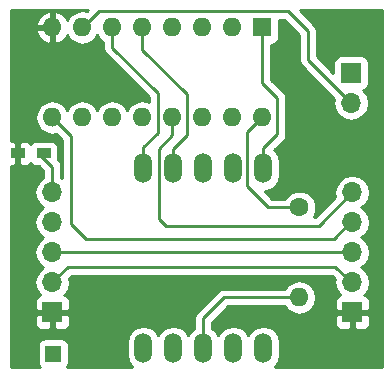
<source format=gbr>
G04 #@! TF.FileFunction,Copper,L2,Bot,Signal*
%FSLAX46Y46*%
G04 Gerber Fmt 4.6, Leading zero omitted, Abs format (unit mm)*
G04 Created by KiCad (PCBNEW 4.0.7) date 12/07/18 00:23:05*
%MOMM*%
%LPD*%
G01*
G04 APERTURE LIST*
%ADD10C,0.100000*%
%ADD11R,1.700000X1.700000*%
%ADD12O,1.700000X1.700000*%
%ADD13R,1.600000X1.600000*%
%ADD14O,1.600000X1.600000*%
%ADD15O,1.524000X2.524000*%
%ADD16R,1.200000X0.900000*%
%ADD17C,1.600000*%
%ADD18R,1.350000X1.350000*%
%ADD19C,0.250000*%
%ADD20C,0.254000*%
G04 APERTURE END LIST*
D10*
D11*
X181406800Y-81483200D03*
D12*
X181406800Y-84023200D03*
D11*
X181508400Y-101752400D03*
D12*
X181508400Y-99212400D03*
X181508400Y-96672400D03*
X181508400Y-94132400D03*
X181508400Y-91592400D03*
D13*
X173888400Y-77622400D03*
D14*
X156108400Y-85242400D03*
X171348400Y-77622400D03*
X158648400Y-85242400D03*
X168808400Y-77622400D03*
X161188400Y-85242400D03*
X166268400Y-77622400D03*
X163728400Y-85242400D03*
X163728400Y-77622400D03*
X166268400Y-85242400D03*
X161188400Y-77622400D03*
X168808400Y-85242400D03*
X158648400Y-77622400D03*
X171348400Y-85242400D03*
X156108400Y-77622400D03*
X173888400Y-85242400D03*
D15*
X163830000Y-104800400D03*
X166370000Y-104800400D03*
X168910000Y-104800400D03*
X171450000Y-104800400D03*
X173990000Y-104800400D03*
X173990000Y-89560400D03*
X171450000Y-89560400D03*
X168910000Y-89560400D03*
X166370000Y-89560400D03*
X163830000Y-89560400D03*
D11*
X156108400Y-101752400D03*
D12*
X156108400Y-99212400D03*
X156108400Y-96672400D03*
X156108400Y-94132400D03*
X156108400Y-91592400D03*
D16*
X153179600Y-88290400D03*
X155379600Y-88290400D03*
D17*
X177038000Y-92862400D03*
D14*
X177038000Y-100482400D03*
D18*
X156210000Y-105257600D03*
D19*
X181508400Y-96672400D02*
X156108400Y-96672400D01*
X181508400Y-99212400D02*
X181406800Y-99212400D01*
X181406800Y-99212400D02*
X180086000Y-97891600D01*
X180086000Y-97891600D02*
X157429200Y-97891600D01*
X157429200Y-97891600D02*
X156108400Y-99212400D01*
X177038000Y-92862400D02*
X174396400Y-92862400D01*
X172618400Y-86512400D02*
X173888400Y-85242400D01*
X172618400Y-91084400D02*
X172618400Y-86512400D01*
X174396400Y-92862400D02*
X172618400Y-91084400D01*
X158648400Y-77622400D02*
X158699200Y-77622400D01*
X158699200Y-77622400D02*
X160070800Y-76250800D01*
X160070800Y-76250800D02*
X176072800Y-76250800D01*
X176072800Y-76250800D02*
X177749200Y-77927200D01*
X177749200Y-77927200D02*
X177749200Y-80365600D01*
X177749200Y-80365600D02*
X181406800Y-84023200D01*
X181508400Y-94132400D02*
X181356000Y-94132400D01*
X181356000Y-94132400D02*
X179984400Y-95504000D01*
X179984400Y-95504000D02*
X158953200Y-95504000D01*
X158953200Y-95504000D02*
X157683200Y-94234000D01*
X157683200Y-94234000D02*
X157683200Y-86817200D01*
X157683200Y-86817200D02*
X156108400Y-85242400D01*
X156108400Y-85242400D02*
X156108400Y-85902800D01*
X173990000Y-89560400D02*
X173990000Y-87833200D01*
X173888400Y-82346800D02*
X173888400Y-77622400D01*
X175158400Y-83616800D02*
X173888400Y-82346800D01*
X175158400Y-86664800D02*
X175158400Y-83616800D01*
X173990000Y-87833200D02*
X175158400Y-86664800D01*
X166370000Y-89560400D02*
X166370000Y-87884000D01*
X163728400Y-79502000D02*
X163728400Y-77622400D01*
X167487600Y-83261200D02*
X163728400Y-79502000D01*
X167487600Y-86766400D02*
X167487600Y-83261200D01*
X166370000Y-87884000D02*
X167487600Y-86766400D01*
X163830000Y-89560400D02*
X163830000Y-87782400D01*
X161188400Y-79349600D02*
X161188400Y-77622400D01*
X165049200Y-83210400D02*
X161188400Y-79349600D01*
X165049200Y-86563200D02*
X165049200Y-83210400D01*
X163830000Y-87782400D02*
X165049200Y-86563200D01*
X181508400Y-91592400D02*
X178663600Y-94437200D01*
X166268400Y-86766400D02*
X166268400Y-85242400D01*
X165150800Y-87884000D02*
X166268400Y-86766400D01*
X165150800Y-93827600D02*
X165150800Y-87884000D01*
X165760400Y-94437200D02*
X165150800Y-93827600D01*
X178663600Y-94437200D02*
X165760400Y-94437200D01*
X156108400Y-91592400D02*
X156108400Y-89420000D01*
X156108400Y-89420000D02*
X155080400Y-88392000D01*
X177038000Y-100482400D02*
X170688000Y-100482400D01*
X168910000Y-102260400D02*
X168910000Y-104800400D01*
X170688000Y-100482400D02*
X168910000Y-102260400D01*
X168910000Y-89560400D02*
X168910000Y-89001600D01*
D20*
G36*
X159014658Y-76232140D02*
X158648400Y-76159287D01*
X158099249Y-76268520D01*
X157633702Y-76579589D01*
X157363414Y-76984103D01*
X157260789Y-76767266D01*
X156845823Y-76391359D01*
X156457439Y-76230496D01*
X156235400Y-76352485D01*
X156235400Y-77495400D01*
X156255400Y-77495400D01*
X156255400Y-77749400D01*
X156235400Y-77749400D01*
X156235400Y-78892315D01*
X156457439Y-79014304D01*
X156845823Y-78853441D01*
X157260789Y-78477534D01*
X157363414Y-78260697D01*
X157633702Y-78665211D01*
X158099249Y-78976280D01*
X158648400Y-79085513D01*
X159197551Y-78976280D01*
X159663098Y-78665211D01*
X159918400Y-78283125D01*
X160173702Y-78665211D01*
X160428400Y-78835395D01*
X160428400Y-79349600D01*
X160486252Y-79640439D01*
X160650999Y-79887001D01*
X164289200Y-83525202D01*
X164289200Y-83896304D01*
X164277551Y-83888520D01*
X163728400Y-83779287D01*
X163179249Y-83888520D01*
X162713702Y-84199589D01*
X162458400Y-84581675D01*
X162203098Y-84199589D01*
X161737551Y-83888520D01*
X161188400Y-83779287D01*
X160639249Y-83888520D01*
X160173702Y-84199589D01*
X159918400Y-84581675D01*
X159663098Y-84199589D01*
X159197551Y-83888520D01*
X158648400Y-83779287D01*
X158099249Y-83888520D01*
X157633702Y-84199589D01*
X157378400Y-84581675D01*
X157123098Y-84199589D01*
X156657551Y-83888520D01*
X156108400Y-83779287D01*
X155559249Y-83888520D01*
X155093702Y-84199589D01*
X154782633Y-84665136D01*
X154673400Y-85214287D01*
X154673400Y-85270513D01*
X154782633Y-85819664D01*
X155093702Y-86285211D01*
X155559249Y-86596280D01*
X156108400Y-86705513D01*
X156432286Y-86641088D01*
X156923200Y-87132002D01*
X156923200Y-90365715D01*
X156868400Y-90329099D01*
X156868400Y-89420000D01*
X156810548Y-89129161D01*
X156645801Y-88882599D01*
X156606253Y-88843051D01*
X156627040Y-88740400D01*
X156627040Y-87840400D01*
X156582762Y-87605083D01*
X156443690Y-87388959D01*
X156231490Y-87243969D01*
X155979600Y-87192960D01*
X154779600Y-87192960D01*
X154544283Y-87237238D01*
X154328159Y-87376310D01*
X154281631Y-87444406D01*
X154139298Y-87302073D01*
X153905909Y-87205400D01*
X153465350Y-87205400D01*
X153306600Y-87364150D01*
X153306600Y-88163400D01*
X153326600Y-88163400D01*
X153326600Y-88417400D01*
X153306600Y-88417400D01*
X153306600Y-89216650D01*
X153465350Y-89375400D01*
X153905909Y-89375400D01*
X154139298Y-89278727D01*
X154280536Y-89137490D01*
X154315510Y-89191841D01*
X154527710Y-89336831D01*
X154779600Y-89387840D01*
X155001438Y-89387840D01*
X155348400Y-89734802D01*
X155348400Y-90329099D01*
X155029253Y-90542346D01*
X154707346Y-91024115D01*
X154594307Y-91592400D01*
X154707346Y-92160685D01*
X155029253Y-92642454D01*
X155358426Y-92862400D01*
X155029253Y-93082346D01*
X154707346Y-93564115D01*
X154594307Y-94132400D01*
X154707346Y-94700685D01*
X155029253Y-95182454D01*
X155358426Y-95402400D01*
X155029253Y-95622346D01*
X154707346Y-96104115D01*
X154594307Y-96672400D01*
X154707346Y-97240685D01*
X155029253Y-97722454D01*
X155358426Y-97942400D01*
X155029253Y-98162346D01*
X154707346Y-98644115D01*
X154594307Y-99212400D01*
X154707346Y-99780685D01*
X155029253Y-100262454D01*
X155073177Y-100291803D01*
X154898702Y-100364073D01*
X154720073Y-100542701D01*
X154623400Y-100776090D01*
X154623400Y-101466650D01*
X154782150Y-101625400D01*
X155981400Y-101625400D01*
X155981400Y-101605400D01*
X156235400Y-101605400D01*
X156235400Y-101625400D01*
X157434650Y-101625400D01*
X157593400Y-101466650D01*
X157593400Y-100776090D01*
X157496727Y-100542701D01*
X157318098Y-100364073D01*
X157143623Y-100291803D01*
X157187547Y-100262454D01*
X157509454Y-99780685D01*
X157622493Y-99212400D01*
X157549610Y-98845992D01*
X157744002Y-98651600D01*
X179771198Y-98651600D01*
X180050334Y-98930736D01*
X179994307Y-99212400D01*
X180107346Y-99780685D01*
X180429253Y-100262454D01*
X180473177Y-100291803D01*
X180298702Y-100364073D01*
X180120073Y-100542701D01*
X180023400Y-100776090D01*
X180023400Y-101466650D01*
X180182150Y-101625400D01*
X181381400Y-101625400D01*
X181381400Y-101605400D01*
X181635400Y-101605400D01*
X181635400Y-101625400D01*
X182834650Y-101625400D01*
X182993400Y-101466650D01*
X182993400Y-100776090D01*
X182896727Y-100542701D01*
X182718098Y-100364073D01*
X182543623Y-100291803D01*
X182587547Y-100262454D01*
X182909454Y-99780685D01*
X183022493Y-99212400D01*
X182909454Y-98644115D01*
X182587547Y-98162346D01*
X182258374Y-97942400D01*
X182587547Y-97722454D01*
X182909454Y-97240685D01*
X183022493Y-96672400D01*
X182909454Y-96104115D01*
X182587547Y-95622346D01*
X182258374Y-95402400D01*
X182587547Y-95182454D01*
X182909454Y-94700685D01*
X183022493Y-94132400D01*
X182909454Y-93564115D01*
X182587547Y-93082346D01*
X182258374Y-92862400D01*
X182587547Y-92642454D01*
X182909454Y-92160685D01*
X183022493Y-91592400D01*
X182909454Y-91024115D01*
X182587547Y-90542346D01*
X182105778Y-90220439D01*
X181537493Y-90107400D01*
X181479307Y-90107400D01*
X180911022Y-90220439D01*
X180429253Y-90542346D01*
X180107346Y-91024115D01*
X179994307Y-91592400D01*
X180067190Y-91958808D01*
X178348798Y-93677200D01*
X178252945Y-93677200D01*
X178253824Y-93676323D01*
X178472750Y-93149091D01*
X178473248Y-92578213D01*
X178255243Y-92050600D01*
X177851923Y-91646576D01*
X177324691Y-91427650D01*
X176753813Y-91427152D01*
X176226200Y-91645157D01*
X175822176Y-92048477D01*
X175799785Y-92102400D01*
X174711202Y-92102400D01*
X174084557Y-91475755D01*
X174524609Y-91388224D01*
X174977828Y-91085392D01*
X175280660Y-90632173D01*
X175387000Y-90097564D01*
X175387000Y-89023236D01*
X175280660Y-88488627D01*
X174977828Y-88035408D01*
X174908750Y-87989252D01*
X175695801Y-87202201D01*
X175860548Y-86955639D01*
X175918400Y-86664800D01*
X175918400Y-83616800D01*
X175905518Y-83552040D01*
X175860548Y-83325960D01*
X175695801Y-83079399D01*
X174648400Y-82031998D01*
X174648400Y-79069840D01*
X174688400Y-79069840D01*
X174923717Y-79025562D01*
X175139841Y-78886490D01*
X175284831Y-78674290D01*
X175335840Y-78422400D01*
X175335840Y-77010800D01*
X175757998Y-77010800D01*
X176989200Y-78242002D01*
X176989200Y-80365600D01*
X177047052Y-80656439D01*
X177211799Y-80903001D01*
X179965590Y-83656792D01*
X179892707Y-84023200D01*
X180005746Y-84591485D01*
X180327653Y-85073254D01*
X180809422Y-85395161D01*
X181377707Y-85508200D01*
X181435893Y-85508200D01*
X182004178Y-85395161D01*
X182485947Y-85073254D01*
X182807854Y-84591485D01*
X182920893Y-84023200D01*
X182807854Y-83454915D01*
X182485947Y-82973146D01*
X182444348Y-82945350D01*
X182492117Y-82936362D01*
X182708241Y-82797290D01*
X182853231Y-82585090D01*
X182904240Y-82333200D01*
X182904240Y-80633200D01*
X182859962Y-80397883D01*
X182720890Y-80181759D01*
X182508690Y-80036769D01*
X182256800Y-79985760D01*
X180556800Y-79985760D01*
X180321483Y-80030038D01*
X180105359Y-80169110D01*
X179960369Y-80381310D01*
X179909360Y-80633200D01*
X179909360Y-81450958D01*
X178509200Y-80050798D01*
X178509200Y-77927200D01*
X178451348Y-77636361D01*
X178286601Y-77389799D01*
X177044802Y-76148000D01*
X183998800Y-76148000D01*
X183998800Y-106325600D01*
X174977517Y-106325600D01*
X174977828Y-106325392D01*
X175280660Y-105872173D01*
X175387000Y-105337564D01*
X175387000Y-104263236D01*
X175280660Y-103728627D01*
X174977828Y-103275408D01*
X174524609Y-102972576D01*
X173990000Y-102866236D01*
X173455391Y-102972576D01*
X173002172Y-103275408D01*
X172720000Y-103697707D01*
X172437828Y-103275408D01*
X171984609Y-102972576D01*
X171450000Y-102866236D01*
X170915391Y-102972576D01*
X170462172Y-103275408D01*
X170180000Y-103697707D01*
X169897828Y-103275408D01*
X169670000Y-103123178D01*
X169670000Y-102575202D01*
X170207052Y-102038150D01*
X180023400Y-102038150D01*
X180023400Y-102728710D01*
X180120073Y-102962099D01*
X180298702Y-103140727D01*
X180532091Y-103237400D01*
X181222650Y-103237400D01*
X181381400Y-103078650D01*
X181381400Y-101879400D01*
X181635400Y-101879400D01*
X181635400Y-103078650D01*
X181794150Y-103237400D01*
X182484709Y-103237400D01*
X182718098Y-103140727D01*
X182896727Y-102962099D01*
X182993400Y-102728710D01*
X182993400Y-102038150D01*
X182834650Y-101879400D01*
X181635400Y-101879400D01*
X181381400Y-101879400D01*
X180182150Y-101879400D01*
X180023400Y-102038150D01*
X170207052Y-102038150D01*
X171002802Y-101242400D01*
X175834333Y-101242400D01*
X176023302Y-101525211D01*
X176488849Y-101836280D01*
X177038000Y-101945513D01*
X177587151Y-101836280D01*
X178052698Y-101525211D01*
X178363767Y-101059664D01*
X178473000Y-100510513D01*
X178473000Y-100454287D01*
X178363767Y-99905136D01*
X178052698Y-99439589D01*
X177587151Y-99128520D01*
X177038000Y-99019287D01*
X176488849Y-99128520D01*
X176023302Y-99439589D01*
X175834333Y-99722400D01*
X170688000Y-99722400D01*
X170397161Y-99780252D01*
X170150599Y-99944999D01*
X168372599Y-101722999D01*
X168207852Y-101969561D01*
X168150000Y-102260400D01*
X168150000Y-103123178D01*
X167922172Y-103275408D01*
X167640000Y-103697707D01*
X167357828Y-103275408D01*
X166904609Y-102972576D01*
X166370000Y-102866236D01*
X165835391Y-102972576D01*
X165382172Y-103275408D01*
X165100000Y-103697707D01*
X164817828Y-103275408D01*
X164364609Y-102972576D01*
X163830000Y-102866236D01*
X163295391Y-102972576D01*
X162842172Y-103275408D01*
X162539340Y-103728627D01*
X162433000Y-104263236D01*
X162433000Y-105337564D01*
X162539340Y-105872173D01*
X162842172Y-106325392D01*
X162842483Y-106325600D01*
X157385015Y-106325600D01*
X157481431Y-106184490D01*
X157532440Y-105932600D01*
X157532440Y-104582600D01*
X157488162Y-104347283D01*
X157349090Y-104131159D01*
X157136890Y-103986169D01*
X156885000Y-103935160D01*
X155535000Y-103935160D01*
X155299683Y-103979438D01*
X155083559Y-104118510D01*
X154938569Y-104330710D01*
X154887560Y-104582600D01*
X154887560Y-105932600D01*
X154931838Y-106167917D01*
X155033304Y-106325600D01*
X152602000Y-106325600D01*
X152602000Y-102038150D01*
X154623400Y-102038150D01*
X154623400Y-102728710D01*
X154720073Y-102962099D01*
X154898702Y-103140727D01*
X155132091Y-103237400D01*
X155822650Y-103237400D01*
X155981400Y-103078650D01*
X155981400Y-101879400D01*
X156235400Y-101879400D01*
X156235400Y-103078650D01*
X156394150Y-103237400D01*
X157084709Y-103237400D01*
X157318098Y-103140727D01*
X157496727Y-102962099D01*
X157593400Y-102728710D01*
X157593400Y-102038150D01*
X157434650Y-101879400D01*
X156235400Y-101879400D01*
X155981400Y-101879400D01*
X154782150Y-101879400D01*
X154623400Y-102038150D01*
X152602000Y-102038150D01*
X152602000Y-89375400D01*
X152893850Y-89375400D01*
X153052600Y-89216650D01*
X153052600Y-88417400D01*
X153032600Y-88417400D01*
X153032600Y-88163400D01*
X153052600Y-88163400D01*
X153052600Y-87364150D01*
X152893850Y-87205400D01*
X152602000Y-87205400D01*
X152602000Y-77971441D01*
X154716486Y-77971441D01*
X154956011Y-78477534D01*
X155370977Y-78853441D01*
X155759361Y-79014304D01*
X155981400Y-78892315D01*
X155981400Y-77749400D01*
X154837771Y-77749400D01*
X154716486Y-77971441D01*
X152602000Y-77971441D01*
X152602000Y-77273359D01*
X154716486Y-77273359D01*
X154837771Y-77495400D01*
X155981400Y-77495400D01*
X155981400Y-76352485D01*
X155759361Y-76230496D01*
X155370977Y-76391359D01*
X154956011Y-76767266D01*
X154716486Y-77273359D01*
X152602000Y-77273359D01*
X152602000Y-76148000D01*
X159098798Y-76148000D01*
X159014658Y-76232140D01*
X159014658Y-76232140D01*
G37*
X159014658Y-76232140D02*
X158648400Y-76159287D01*
X158099249Y-76268520D01*
X157633702Y-76579589D01*
X157363414Y-76984103D01*
X157260789Y-76767266D01*
X156845823Y-76391359D01*
X156457439Y-76230496D01*
X156235400Y-76352485D01*
X156235400Y-77495400D01*
X156255400Y-77495400D01*
X156255400Y-77749400D01*
X156235400Y-77749400D01*
X156235400Y-78892315D01*
X156457439Y-79014304D01*
X156845823Y-78853441D01*
X157260789Y-78477534D01*
X157363414Y-78260697D01*
X157633702Y-78665211D01*
X158099249Y-78976280D01*
X158648400Y-79085513D01*
X159197551Y-78976280D01*
X159663098Y-78665211D01*
X159918400Y-78283125D01*
X160173702Y-78665211D01*
X160428400Y-78835395D01*
X160428400Y-79349600D01*
X160486252Y-79640439D01*
X160650999Y-79887001D01*
X164289200Y-83525202D01*
X164289200Y-83896304D01*
X164277551Y-83888520D01*
X163728400Y-83779287D01*
X163179249Y-83888520D01*
X162713702Y-84199589D01*
X162458400Y-84581675D01*
X162203098Y-84199589D01*
X161737551Y-83888520D01*
X161188400Y-83779287D01*
X160639249Y-83888520D01*
X160173702Y-84199589D01*
X159918400Y-84581675D01*
X159663098Y-84199589D01*
X159197551Y-83888520D01*
X158648400Y-83779287D01*
X158099249Y-83888520D01*
X157633702Y-84199589D01*
X157378400Y-84581675D01*
X157123098Y-84199589D01*
X156657551Y-83888520D01*
X156108400Y-83779287D01*
X155559249Y-83888520D01*
X155093702Y-84199589D01*
X154782633Y-84665136D01*
X154673400Y-85214287D01*
X154673400Y-85270513D01*
X154782633Y-85819664D01*
X155093702Y-86285211D01*
X155559249Y-86596280D01*
X156108400Y-86705513D01*
X156432286Y-86641088D01*
X156923200Y-87132002D01*
X156923200Y-90365715D01*
X156868400Y-90329099D01*
X156868400Y-89420000D01*
X156810548Y-89129161D01*
X156645801Y-88882599D01*
X156606253Y-88843051D01*
X156627040Y-88740400D01*
X156627040Y-87840400D01*
X156582762Y-87605083D01*
X156443690Y-87388959D01*
X156231490Y-87243969D01*
X155979600Y-87192960D01*
X154779600Y-87192960D01*
X154544283Y-87237238D01*
X154328159Y-87376310D01*
X154281631Y-87444406D01*
X154139298Y-87302073D01*
X153905909Y-87205400D01*
X153465350Y-87205400D01*
X153306600Y-87364150D01*
X153306600Y-88163400D01*
X153326600Y-88163400D01*
X153326600Y-88417400D01*
X153306600Y-88417400D01*
X153306600Y-89216650D01*
X153465350Y-89375400D01*
X153905909Y-89375400D01*
X154139298Y-89278727D01*
X154280536Y-89137490D01*
X154315510Y-89191841D01*
X154527710Y-89336831D01*
X154779600Y-89387840D01*
X155001438Y-89387840D01*
X155348400Y-89734802D01*
X155348400Y-90329099D01*
X155029253Y-90542346D01*
X154707346Y-91024115D01*
X154594307Y-91592400D01*
X154707346Y-92160685D01*
X155029253Y-92642454D01*
X155358426Y-92862400D01*
X155029253Y-93082346D01*
X154707346Y-93564115D01*
X154594307Y-94132400D01*
X154707346Y-94700685D01*
X155029253Y-95182454D01*
X155358426Y-95402400D01*
X155029253Y-95622346D01*
X154707346Y-96104115D01*
X154594307Y-96672400D01*
X154707346Y-97240685D01*
X155029253Y-97722454D01*
X155358426Y-97942400D01*
X155029253Y-98162346D01*
X154707346Y-98644115D01*
X154594307Y-99212400D01*
X154707346Y-99780685D01*
X155029253Y-100262454D01*
X155073177Y-100291803D01*
X154898702Y-100364073D01*
X154720073Y-100542701D01*
X154623400Y-100776090D01*
X154623400Y-101466650D01*
X154782150Y-101625400D01*
X155981400Y-101625400D01*
X155981400Y-101605400D01*
X156235400Y-101605400D01*
X156235400Y-101625400D01*
X157434650Y-101625400D01*
X157593400Y-101466650D01*
X157593400Y-100776090D01*
X157496727Y-100542701D01*
X157318098Y-100364073D01*
X157143623Y-100291803D01*
X157187547Y-100262454D01*
X157509454Y-99780685D01*
X157622493Y-99212400D01*
X157549610Y-98845992D01*
X157744002Y-98651600D01*
X179771198Y-98651600D01*
X180050334Y-98930736D01*
X179994307Y-99212400D01*
X180107346Y-99780685D01*
X180429253Y-100262454D01*
X180473177Y-100291803D01*
X180298702Y-100364073D01*
X180120073Y-100542701D01*
X180023400Y-100776090D01*
X180023400Y-101466650D01*
X180182150Y-101625400D01*
X181381400Y-101625400D01*
X181381400Y-101605400D01*
X181635400Y-101605400D01*
X181635400Y-101625400D01*
X182834650Y-101625400D01*
X182993400Y-101466650D01*
X182993400Y-100776090D01*
X182896727Y-100542701D01*
X182718098Y-100364073D01*
X182543623Y-100291803D01*
X182587547Y-100262454D01*
X182909454Y-99780685D01*
X183022493Y-99212400D01*
X182909454Y-98644115D01*
X182587547Y-98162346D01*
X182258374Y-97942400D01*
X182587547Y-97722454D01*
X182909454Y-97240685D01*
X183022493Y-96672400D01*
X182909454Y-96104115D01*
X182587547Y-95622346D01*
X182258374Y-95402400D01*
X182587547Y-95182454D01*
X182909454Y-94700685D01*
X183022493Y-94132400D01*
X182909454Y-93564115D01*
X182587547Y-93082346D01*
X182258374Y-92862400D01*
X182587547Y-92642454D01*
X182909454Y-92160685D01*
X183022493Y-91592400D01*
X182909454Y-91024115D01*
X182587547Y-90542346D01*
X182105778Y-90220439D01*
X181537493Y-90107400D01*
X181479307Y-90107400D01*
X180911022Y-90220439D01*
X180429253Y-90542346D01*
X180107346Y-91024115D01*
X179994307Y-91592400D01*
X180067190Y-91958808D01*
X178348798Y-93677200D01*
X178252945Y-93677200D01*
X178253824Y-93676323D01*
X178472750Y-93149091D01*
X178473248Y-92578213D01*
X178255243Y-92050600D01*
X177851923Y-91646576D01*
X177324691Y-91427650D01*
X176753813Y-91427152D01*
X176226200Y-91645157D01*
X175822176Y-92048477D01*
X175799785Y-92102400D01*
X174711202Y-92102400D01*
X174084557Y-91475755D01*
X174524609Y-91388224D01*
X174977828Y-91085392D01*
X175280660Y-90632173D01*
X175387000Y-90097564D01*
X175387000Y-89023236D01*
X175280660Y-88488627D01*
X174977828Y-88035408D01*
X174908750Y-87989252D01*
X175695801Y-87202201D01*
X175860548Y-86955639D01*
X175918400Y-86664800D01*
X175918400Y-83616800D01*
X175905518Y-83552040D01*
X175860548Y-83325960D01*
X175695801Y-83079399D01*
X174648400Y-82031998D01*
X174648400Y-79069840D01*
X174688400Y-79069840D01*
X174923717Y-79025562D01*
X175139841Y-78886490D01*
X175284831Y-78674290D01*
X175335840Y-78422400D01*
X175335840Y-77010800D01*
X175757998Y-77010800D01*
X176989200Y-78242002D01*
X176989200Y-80365600D01*
X177047052Y-80656439D01*
X177211799Y-80903001D01*
X179965590Y-83656792D01*
X179892707Y-84023200D01*
X180005746Y-84591485D01*
X180327653Y-85073254D01*
X180809422Y-85395161D01*
X181377707Y-85508200D01*
X181435893Y-85508200D01*
X182004178Y-85395161D01*
X182485947Y-85073254D01*
X182807854Y-84591485D01*
X182920893Y-84023200D01*
X182807854Y-83454915D01*
X182485947Y-82973146D01*
X182444348Y-82945350D01*
X182492117Y-82936362D01*
X182708241Y-82797290D01*
X182853231Y-82585090D01*
X182904240Y-82333200D01*
X182904240Y-80633200D01*
X182859962Y-80397883D01*
X182720890Y-80181759D01*
X182508690Y-80036769D01*
X182256800Y-79985760D01*
X180556800Y-79985760D01*
X180321483Y-80030038D01*
X180105359Y-80169110D01*
X179960369Y-80381310D01*
X179909360Y-80633200D01*
X179909360Y-81450958D01*
X178509200Y-80050798D01*
X178509200Y-77927200D01*
X178451348Y-77636361D01*
X178286601Y-77389799D01*
X177044802Y-76148000D01*
X183998800Y-76148000D01*
X183998800Y-106325600D01*
X174977517Y-106325600D01*
X174977828Y-106325392D01*
X175280660Y-105872173D01*
X175387000Y-105337564D01*
X175387000Y-104263236D01*
X175280660Y-103728627D01*
X174977828Y-103275408D01*
X174524609Y-102972576D01*
X173990000Y-102866236D01*
X173455391Y-102972576D01*
X173002172Y-103275408D01*
X172720000Y-103697707D01*
X172437828Y-103275408D01*
X171984609Y-102972576D01*
X171450000Y-102866236D01*
X170915391Y-102972576D01*
X170462172Y-103275408D01*
X170180000Y-103697707D01*
X169897828Y-103275408D01*
X169670000Y-103123178D01*
X169670000Y-102575202D01*
X170207052Y-102038150D01*
X180023400Y-102038150D01*
X180023400Y-102728710D01*
X180120073Y-102962099D01*
X180298702Y-103140727D01*
X180532091Y-103237400D01*
X181222650Y-103237400D01*
X181381400Y-103078650D01*
X181381400Y-101879400D01*
X181635400Y-101879400D01*
X181635400Y-103078650D01*
X181794150Y-103237400D01*
X182484709Y-103237400D01*
X182718098Y-103140727D01*
X182896727Y-102962099D01*
X182993400Y-102728710D01*
X182993400Y-102038150D01*
X182834650Y-101879400D01*
X181635400Y-101879400D01*
X181381400Y-101879400D01*
X180182150Y-101879400D01*
X180023400Y-102038150D01*
X170207052Y-102038150D01*
X171002802Y-101242400D01*
X175834333Y-101242400D01*
X176023302Y-101525211D01*
X176488849Y-101836280D01*
X177038000Y-101945513D01*
X177587151Y-101836280D01*
X178052698Y-101525211D01*
X178363767Y-101059664D01*
X178473000Y-100510513D01*
X178473000Y-100454287D01*
X178363767Y-99905136D01*
X178052698Y-99439589D01*
X177587151Y-99128520D01*
X177038000Y-99019287D01*
X176488849Y-99128520D01*
X176023302Y-99439589D01*
X175834333Y-99722400D01*
X170688000Y-99722400D01*
X170397161Y-99780252D01*
X170150599Y-99944999D01*
X168372599Y-101722999D01*
X168207852Y-101969561D01*
X168150000Y-102260400D01*
X168150000Y-103123178D01*
X167922172Y-103275408D01*
X167640000Y-103697707D01*
X167357828Y-103275408D01*
X166904609Y-102972576D01*
X166370000Y-102866236D01*
X165835391Y-102972576D01*
X165382172Y-103275408D01*
X165100000Y-103697707D01*
X164817828Y-103275408D01*
X164364609Y-102972576D01*
X163830000Y-102866236D01*
X163295391Y-102972576D01*
X162842172Y-103275408D01*
X162539340Y-103728627D01*
X162433000Y-104263236D01*
X162433000Y-105337564D01*
X162539340Y-105872173D01*
X162842172Y-106325392D01*
X162842483Y-106325600D01*
X157385015Y-106325600D01*
X157481431Y-106184490D01*
X157532440Y-105932600D01*
X157532440Y-104582600D01*
X157488162Y-104347283D01*
X157349090Y-104131159D01*
X157136890Y-103986169D01*
X156885000Y-103935160D01*
X155535000Y-103935160D01*
X155299683Y-103979438D01*
X155083559Y-104118510D01*
X154938569Y-104330710D01*
X154887560Y-104582600D01*
X154887560Y-105932600D01*
X154931838Y-106167917D01*
X155033304Y-106325600D01*
X152602000Y-106325600D01*
X152602000Y-102038150D01*
X154623400Y-102038150D01*
X154623400Y-102728710D01*
X154720073Y-102962099D01*
X154898702Y-103140727D01*
X155132091Y-103237400D01*
X155822650Y-103237400D01*
X155981400Y-103078650D01*
X155981400Y-101879400D01*
X156235400Y-101879400D01*
X156235400Y-103078650D01*
X156394150Y-103237400D01*
X157084709Y-103237400D01*
X157318098Y-103140727D01*
X157496727Y-102962099D01*
X157593400Y-102728710D01*
X157593400Y-102038150D01*
X157434650Y-101879400D01*
X156235400Y-101879400D01*
X155981400Y-101879400D01*
X154782150Y-101879400D01*
X154623400Y-102038150D01*
X152602000Y-102038150D01*
X152602000Y-89375400D01*
X152893850Y-89375400D01*
X153052600Y-89216650D01*
X153052600Y-88417400D01*
X153032600Y-88417400D01*
X153032600Y-88163400D01*
X153052600Y-88163400D01*
X153052600Y-87364150D01*
X152893850Y-87205400D01*
X152602000Y-87205400D01*
X152602000Y-77971441D01*
X154716486Y-77971441D01*
X154956011Y-78477534D01*
X155370977Y-78853441D01*
X155759361Y-79014304D01*
X155981400Y-78892315D01*
X155981400Y-77749400D01*
X154837771Y-77749400D01*
X154716486Y-77971441D01*
X152602000Y-77971441D01*
X152602000Y-77273359D01*
X154716486Y-77273359D01*
X154837771Y-77495400D01*
X155981400Y-77495400D01*
X155981400Y-76352485D01*
X155759361Y-76230496D01*
X155370977Y-76391359D01*
X154956011Y-76767266D01*
X154716486Y-77273359D01*
X152602000Y-77273359D01*
X152602000Y-76148000D01*
X159098798Y-76148000D01*
X159014658Y-76232140D01*
M02*

</source>
